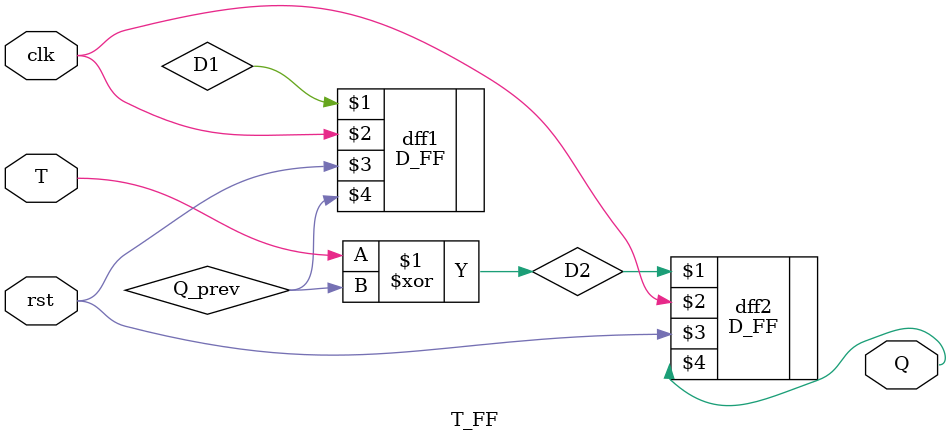
<source format=v>
module T_FF (
    T, clk, rst, Q
);
    input T, clk, rst;
    output Q;
    wire D1, D2, Q_prev;

    D_FF dff1 (D1, clk, rst, Q_prev);
    xor gate1 (D2, T, Q_prev);
    D_FF dff2 (D2, clk, rst, Q);

endmodule

</source>
